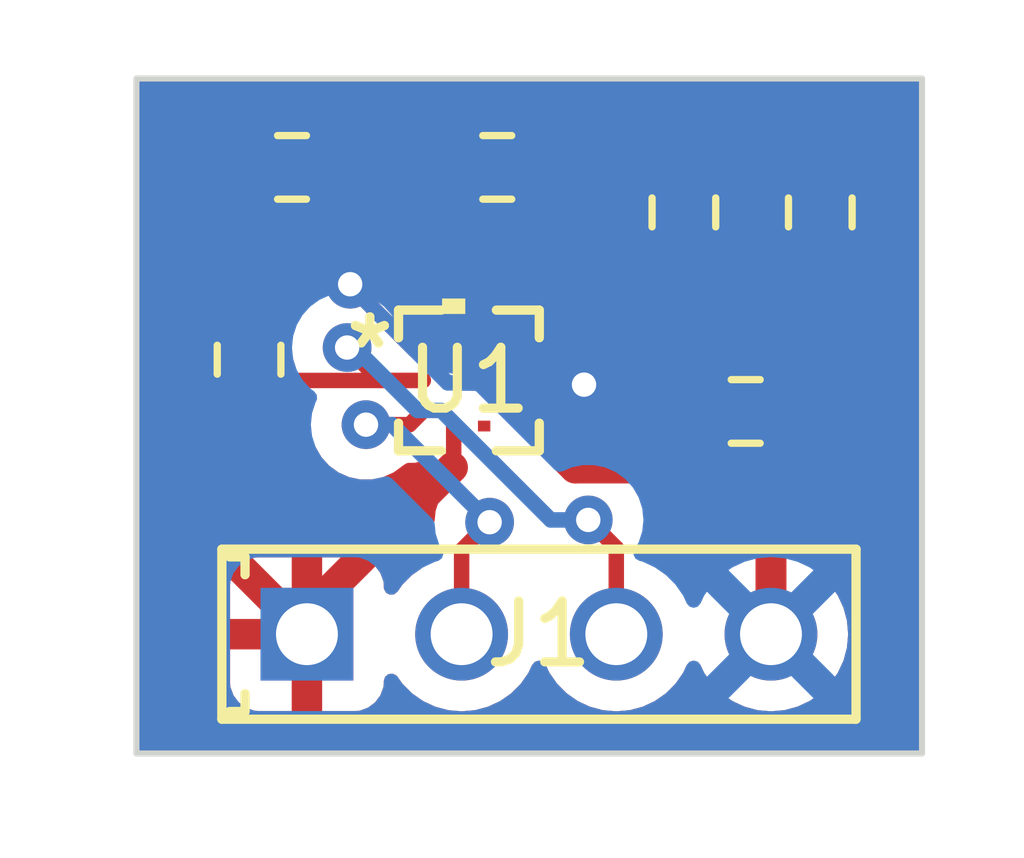
<source format=kicad_pcb>
(kicad_pcb (version 20221018) (generator pcbnew)
  (layers (0 "F.Cu" signal) (31 "B.Cu" signal) (34 "B.Paste" user) (35 "F.Paste" user) (36 "B.SilkS" user "B.Silkscreen") (37 "F.SilkS" user "F.Silkscreen") (38 "B.Mask" user) (39 "F.Mask" user) (44 "Edge.Cuts" user))
  (net 0 "")
  (net 1 "VDD")
  (net 2 "GND")
  (net 3 "Net-(GREEN1-A)")
  (net 4 "/BMP390/SCL")
  (net 5 "/BMP390/SDA")
  (net 6 "/BMP390/I2C_PS")
  (net 7 "/BMP390/INT")
  (footprint "MiniAvionics:LGA10_BMP390_BOS-L" (layer "F.Cu") (at 181.169937 95.0307)
    (fp_text reference "U1" (at 0 0 unlocked) (layer "F.SilkS"))
    (fp_text value "BMP390")
    (fp_text user "*" (at -1.6256 -0.500126) (layer "F.SilkS"))
    (fp_text user "*" (at -1.6256 -0.500126 unlocked) (layer "F.SilkS"))
    (fp_line (start -1.1557 -1.1557) (end -1.1557 -0.701273) (stroke (width 0.1524)) (layer "F.SilkS"))
    (fp_line (start -1.1557 0.701273) (end -1.1557 1.1557) (stroke (width 0.1524)) (layer "F.SilkS"))
    (fp_line (start -1.1557 1.1557) (end -0.45121 1.1557) (stroke (width 0.1524)) (layer "F.SilkS"))
    (fp_line (start -0.45121 -1.1557) (end -1.1557 -1.1557) (stroke (width 0.1524)) (layer "F.SilkS"))
    (fp_line (start 0.45121 1.1557) (end 1.1557 1.1557) (stroke (width 0.1524)) (layer "F.SilkS"))
    (fp_line (start 1.1557 -1.1557) (end 0.45121 -1.1557) (stroke (width 0.1524)) (layer "F.SilkS"))
    (fp_line (start 1.1557 -0.701273) (end 1.1557 -1.1557) (stroke (width 0.1524)) (layer "F.SilkS"))
    (fp_line (start 1.1557 1.1557) (end 1.1557 0.701273) (stroke (width 0.1524)) (layer "F.SilkS"))
    (fp_poly (pts (xy -0.440563 -1.0922) (xy -0.440563 -1.3462) (xy -0.059563 -1.3462) (xy -0.059563 -1.0922)) (fill solid) (layer "F.SilkS"))
    (pad "1" smd rect (at 0.250063 -0.7493) (size 0.2032 0.1778) (layers "F.Cu" "F.Paste" "F.Mask") (net 1 "VDD"))
    (pad "2" smd rect (at -0.250063 -0.7493) (size 0.2032 0.1778) (layers "F.Cu" "F.Paste" "F.Mask") (net 4 "/BMP390/SCL"))
    (pad "3" smd rect (at -0.7493 -0.500126 90) (size 0.2032 0.1778) (layers "F.Cu" "F.Paste" "F.Mask") (net 2 "GND"))
    (pad "4" smd rect (at -0.7493 0 90) (size 0.2032 0.1778) (layers "F.Cu" "F.Paste" "F.Mask") (net 5 "/BMP390/SDA"))
    (pad "5" smd rect (at -0.7493 0.500126 90) (size 0.2032 0.1778) (layers "F.Cu" "F.Paste" "F.Mask") (net 6 "/BMP390/I2C_PS"))
    (pad "6" smd rect (at -0.250063 0.7493) (size 0.2032 0.1778) (layers "F.Cu" "F.Paste" "F.Mask") (net 1 "VDD"))
    (pad "7" smd rect (at 0.250063 0.7493) (size 0.2032 0.1778) (layers "F.Cu" "F.Paste" "F.Mask") (net 7 "/BMP390/INT"))
    (pad "8" smd rect (at 0.7493 0.500126 90) (size 0.2032 0.1778) (layers "F.Cu" "F.Paste" "F.Mask") (net 2 "GND"))
    (pad "9" smd rect (at 0.7493 0 90) (size 0.2032 0.1778) (layers "F.Cu" "F.Paste" "F.Mask") (net 2 "GND"))
    (pad "10" smd rect (at 0.7493 -0.500126 90) (size 0.2032 0.1778) (layers "F.Cu" "F.Paste" "F.Mask") (net 1 "VDD"))
  )
  (footprint "Resistor_SMD:R_0603_1608Metric" (layer "F.Cu") (at 181.635 91.53)
    (fp_text reference "C1" hide)
    (fp_text value "0.1uF" hide)
    (fp_line (start -0.237258 -0.5225) (end 0.237258 -0.5225) (stroke (width 0.12)) (layer "F.SilkS"))
    (fp_line (start -0.237258 0.5225) (end 0.237258 0.5225) (stroke (width 0.12)) (layer "F.SilkS"))
    (pad "1" smd roundrect (at -0.825 0) (size 0.8 0.95) (layers "F.Cu" "F.Paste" "F.Mask") (net 1 "VDD"))
    (pad "2" smd roundrect (at 0.825 0) (size 0.8 0.95) (layers "F.Cu" "F.Paste" "F.Mask") (net 2 "GND"))
  )
  (footprint "Resistor_SMD:R_0603_1608Metric" (layer "F.Cu") (at 186.94 92.27 -90)
    (fp_text reference "GREEN1" hide)
    (fp_text value "LED" hide)
    (fp_line (start -0.237258 -0.5225) (end 0.237258 -0.5225) (stroke (width 0.12)) (layer "F.SilkS"))
    (fp_line (start -0.237258 0.5225) (end 0.237258 0.5225) (stroke (width 0.12)) (layer "F.SilkS"))
    (pad "1" smd roundrect (at -0.825 0 270) (size 0.8 0.95) (layers "F.Cu" "F.Paste" "F.Mask") (net 2 "GND"))
    (pad "2" smd roundrect (at 0.825 0 270) (size 0.8 0.95) (layers "F.Cu" "F.Paste" "F.Mask") (net 3 "Net-(GREEN1-A)"))
  )
  (footprint "Resistor_SMD:R_0603_1608Metric" (layer "F.Cu") (at 184.7 92.27 90)
    (fp_text reference "C2" hide)
    (fp_text value "0.1uF" hide)
    (fp_line (start -0.237258 -0.5225) (end 0.237258 -0.5225) (stroke (width 0.12)) (layer "F.SilkS"))
    (fp_line (start -0.237258 0.5225) (end 0.237258 0.5225) (stroke (width 0.12)) (layer "F.SilkS"))
    (pad "1" smd roundrect (at -0.825 0 90) (size 0.8 0.95) (layers "F.Cu" "F.Paste" "F.Mask") (net 1 "VDD"))
    (pad "2" smd roundrect (at 0.825 0 90) (size 0.8 0.95) (layers "F.Cu" "F.Paste" "F.Mask") (net 2 "GND"))
  )
  (footprint "Resistor_SMD:R_0603_1608Metric" (layer "F.Cu") (at 177.56 94.69 90)
    (fp_text reference "R2" hide)
    (fp_text value "4.7k" hide)
    (fp_line (start -0.237258 -0.5225) (end 0.237258 -0.5225) (stroke (width 0.12)) (layer "F.SilkS"))
    (fp_line (start -0.237258 0.5225) (end 0.237258 0.5225) (stroke (width 0.12)) (layer "F.SilkS"))
    (pad "1" smd roundrect (at -0.825 0 90) (size 0.8 0.95) (layers "F.Cu" "F.Paste" "F.Mask") (net 5 "/BMP390/SDA"))
    (pad "2" smd roundrect (at 0.825 0 90) (size 0.8 0.95) (layers "F.Cu" "F.Paste" "F.Mask") (net 1 "VDD"))
  )
  (footprint "MiniAvionics:CON4_1X4_P100UM_HDR2_TYC" (layer "F.Cu") (at 178.51 99.2)
    (fp_text reference "J1" (at 3.81 0 unlocked) (layer "F.SilkS"))
    (fp_text value "826629-4")
    (fp_line (start -1.397 -1.397) (end -1.397 1.397) (stroke (width 0.1524)) (layer "F.SilkS"))
    (fp_line (start -1.397 1.397) (end 9.017 1.397) (stroke (width 0.1524)) (layer "F.SilkS"))
    (fp_line (start -1.27 -1.27) (end -1.016 -1.27) (stroke (width 0.1524)) (layer "F.SilkS"))
    (fp_line (start -1.27 1.27) (end -1.016 1.27) (stroke (width 0.1524)) (layer "F.SilkS"))
    (fp_line (start -1.016 -1.27) (end -1.016 -0.976942) (stroke (width 0.1524)) (layer "F.SilkS"))
    (fp_line (start -1.016 0.976942) (end -1.016 1.27) (stroke (width 0.1524)) (layer "F.SilkS"))
    (fp_line (start 9.017 -1.397) (end -1.397 -1.397) (stroke (width 0.1524)) (layer "F.SilkS"))
    (fp_line (start 9.017 1.397) (end 9.017 -1.397) (stroke (width 0.1524)) (layer "F.SilkS"))
    (pad "1" thru_hole rect (at 0 0) (size 1.524 1.524) (drill 1.016) (layers "*.Cu" "*.Mask") (net 1 "VDD"))
    (pad "2" thru_hole circle (at 2.54 0) (size 1.524 1.524) (drill 1.016) (layers "*.Cu" "*.Mask") (net 6 "/BMP390/I2C_PS"))
    (pad "3" thru_hole circle (at 5.08 0) (size 1.524 1.524) (drill 1.016) (layers "*.Cu" "*.Mask") (net 5 "/BMP390/SDA"))
    (pad "4" thru_hole circle (at 7.62 0) (size 1.524 1.524) (drill 1.016) (layers "*.Cu" "*.Mask") (net 2 "GND"))
  )
  (footprint "Resistor_SMD:R_0603_1608Metric" (layer "F.Cu") (at 178.265 91.53 180)
    (fp_text reference "R1" hide)
    (fp_text value "4.7k" hide)
    (fp_line (start -0.237258 -0.5225) (end 0.237258 -0.5225) (stroke (width 0.12)) (layer "F.SilkS"))
    (fp_line (start -0.237258 0.5225) (end 0.237258 0.5225) (stroke (width 0.12)) (layer "F.SilkS"))
    (pad "1" smd roundrect (at -0.825 0 180) (size 0.8 0.95) (layers "F.Cu" "F.Paste" "F.Mask") (net 4 "/BMP390/SCL"))
    (pad "2" smd roundrect (at 0.825 0 180) (size 0.8 0.95) (layers "F.Cu" "F.Paste" "F.Mask") (net 1 "VDD"))
  )
  (footprint "Resistor_SMD:R_0603_1608Metric" (layer "F.Cu") (at 185.715 95.54)
    (fp_text reference "R3" hide)
    (fp_text value "10k" hide)
    (fp_line (start -0.237258 -0.5225) (end 0.237258 -0.5225) (stroke (width 0.12)) (layer "F.SilkS"))
    (fp_line (start -0.237258 0.5225) (end 0.237258 0.5225) (stroke (width 0.12)) (layer "F.SilkS"))
    (pad "1" smd roundrect (at -0.825 0) (size 0.8 0.95) (layers "F.Cu" "F.Paste" "F.Mask") (net 1 "VDD"))
    (pad "2" smd roundrect (at 0.825 0) (size 0.8 0.95) (layers "F.Cu" "F.Paste" "F.Mask") (net 3 "Net-(GREEN1-A)"))
  )
  (gr_rect (start 175.71 90.07) (end 188.61 101.16) (stroke (width 0.1)) (fill none) (layer "Edge.Cuts"))
  (segment (start 176.42 93.84) (end 177.535 93.84) (width 0.508) (layer "F.Cu") (net 1))
  (segment (start 179.881 90.601) (end 178.369 90.601) (width 0.508) (layer "F.Cu") (net 1))
  (segment (start 184.89 95.54) (end 184.89 93.285) (width 0.508) (layer "F.Cu") (net 1))
  (segment (start 182.406663 94.530574) (end 182.462137 94.4751) (width 0.254) (layer "F.Cu") (net 1))
  (segment (start 183.842237 93.095) (end 182.462137 94.4751) (width 0.508) (layer "F.Cu") (net 1))
  (segment (start 181.42 94.2814) (end 181.42 93.681406) (width 0.254) (layer "F.Cu") (net 1))
  (segment (start 181.670063 94.2814) (end 181.919237 94.530574) (width 0.254) (layer "F.Cu") (net 1))
  (segment (start 181.919237 94.530574) (end 182.406663 94.530574) (width 0.254) (layer "F.Cu") (net 1))
  (segment (start 180.919874 96.440126) (end 180.9 96.46) (width 0.254) (layer "F.Cu") (net 1))
  (segment (start 178.51 99.2) (end 178.51 98.85) (width 0.508) (layer "F.Cu") (net 1))
  (segment (start 178.51 99.2) (end 176.42 97.11) (width 0.508) (layer "F.Cu") (net 1))
  (segment (start 178.51 98.85) (end 180.9 96.46) (width 0.508) (layer "F.Cu") (net 1))
  (segment (start 177.44 93.745) (end 177.56 93.865) (width 0.508) (layer "F.Cu") (net 1))
  (segment (start 177.535 93.84) (end 177.56 93.865) (width 0.508) (layer "F.Cu") (net 1))
  (segment (start 181.42 94.2814) (end 181.670063 94.2814) (width 0.254) (layer "F.Cu") (net 1))
  (segment (start 178.369 90.601) (end 177.44 91.53) (width 0.508) (layer "F.Cu") (net 1))
  (segment (start 180.81 91.53) (end 179.881 90.601) (width 0.508) (layer "F.Cu") (net 1))
  (segment (start 180.919874 95.78) (end 180.919874 96.440126) (width 0.254) (layer "F.Cu") (net 1))
  (segment (start 181.500874 92.220874) (end 181.500874 93.600532) (width 0.508) (layer "F.Cu") (net 1))
  (segment (start 176.42 97.11) (end 176.42 93.84) (width 0.508) (layer "F.Cu") (net 1))
  (segment (start 181.42 93.681406) (end 181.500874 93.600532) (width 0.254) (layer "F.Cu") (net 1))
  (segment (start 184.7 93.095) (end 183.842237 93.095) (width 0.508) (layer "F.Cu") (net 1))
  (segment (start 177.44 91.53) (end 177.44 93.745) (width 0.508) (layer "F.Cu") (net 1))
  (segment (start 180.81 91.53) (end 181.500874 92.220874) (width 0.508) (layer "F.Cu") (net 1))
  (segment (start 184.89 93.285) (end 184.7 93.095) (width 0.508) (layer "F.Cu") (net 1))
  (segment (start 182.545 91.445) (end 182.46 91.53) (width 0.508) (layer "F.Cu") (net 2))
  (segment (start 186.94 91.695104) (end 187.869 92.624104) (width 0.508) (layer "F.Cu") (net 2))
  (segment (start 179.2 93.45) (end 179.21 93.46) (width 0.254) (layer "F.Cu") (net 2))
  (segment (start 187.010896 96.469) (end 186.13 97.349896) (width 0.508) (layer "F.Cu") (net 2))
  (segment (start 181.988537 95.1) (end 183.06 95.1) (width 0.254) (layer "F.Cu") (net 2))
  (segment (start 179.58 93.83) (end 179.22 93.47) (width 0.254) (layer "F.Cu") (net 2))
  (segment (start 187.869 95.610896) (end 187.010896 96.469) (width 0.508) (layer "F.Cu") (net 2))
  (segment (start 187.010896 96.469) (end 182.913774 96.469) (width 0.508) (layer "F.Cu") (net 2))
  (segment (start 181.919237 95.0307) (end 181.919237 95.530826) (width 0.254) (layer "F.Cu") (net 2))
  (segment (start 186.94 91.445) (end 184.7 91.445) (width 0.508) (layer "F.Cu") (net 2))
  (segment (start 179.22 93.45) (end 179.2 93.45) (width 0.254) (layer "F.Cu") (net 2))
  (segment (start 180.280574 94.530574) (end 179.58 93.83) (width 0.254) (layer "F.Cu") (net 2))
  (segment (start 187.869 92.624104) (end 187.869 95.610896) (width 0.508) (layer "F.Cu") (net 2))
  (segment (start 186.13 97.349896) (end 186.13 99.2) (width 0.508) (layer "F.Cu") (net 2))
  (segment (start 184.7 91.445) (end 182.545 91.445) (width 0.508) (layer "F.Cu") (net 2))
  (segment (start 182.913774 96.469) (end 181.9756 95.530826) (width 0.508) (layer "F.Cu") (net 2))
  (segment (start 179.22 93.47) (end 179.22 93.45) (width 0.254) (layer "F.Cu") (net 2))
  (segment (start 186.94 91.445) (end 186.94 91.695104) (width 0.508) (layer "F.Cu") (net 2))
  (segment (start 180.420637 94.530574) (end 180.280574 94.530574) (width 0.254) (layer "F.Cu") (net 2))
  (segment (start 181.919237 95.0307) (end 181.988537 95.1) (width 0.254) (layer "F.Cu") (net 2))
  (via (at 179.22 93.45) (size 0.8) (drill 0.4) (layers "F.Cu" "B.Cu") (net 2))
  (via (at 183.06 95.1) (size 0.8) (drill 0.4) (layers "F.Cu" "B.Cu") (net 2))
  (segment (start 183.06 95.1) (end 180.82 95.07) (width 0.254) (layer "B.Cu") (net 2))
  (segment (start 183.06 95.07) (end 183.06 95.1) (width 0.254) (layer "B.Cu") (net 2))
  (segment (start 180.82 95.07) (end 179.21 93.46) (width 0.254) (layer "B.Cu") (net 2))
  (segment (start 186.54 93.495) (end 186.94 93.095) (width 0.508) (layer "F.Cu") (net 3))
  (segment (start 186.54 95.54) (end 186.54 93.495) (width 0.508) (layer "F.Cu") (net 3))
  (segment (start 180.919874 93.359874) (end 180.919874 94.2814) (width 0.254) (layer "F.Cu") (net 4))
  (segment (start 179.09 91.53) (end 180.919874 93.359874) (width 0.254) (layer "F.Cu") (net 4))
  (segment (start 178.0443 95.0307) (end 180.420637 95.0307) (width 0.254) (layer "F.Cu") (net 5))
  (segment (start 177.56 95.515) (end 178.0443 95.0307) (width 0.254) (layer "F.Cu") (net 5))
  (segment (start 183.59 97.7825) (end 183.13 97.3225) (width 0.254) (layer "F.Cu") (net 5))
  (segment (start 183.59 99.2) (end 183.59 97.7825) (width 0.254) (layer "F.Cu") (net 5))
  (segment (start 179.17 94.49) (end 179.7107 95.0307) (width 0.254) (layer "F.Cu") (net 5))
  (segment (start 179.7107 95.0307) (end 180.420637 95.0307) (width 0.254) (layer "F.Cu") (net 5))
  (via (at 183.13 97.3225) (size 0.8) (drill 0.4) (layers "F.Cu" "B.Cu") (net 5))
  (via (at 179.17 94.49) (size 0.8) (drill 0.4) (layers "F.Cu" "B.Cu") (net 5))
  (segment (start 183.13 97.3225) (end 182.5125 97.3225) (width 0.254) (layer "B.Cu") (net 5))
  (segment (start 180.324 95.524) (end 179.29 94.49) (width 0.254) (layer "B.Cu") (net 5))
  (segment (start 179.29 94.49) (end 179.17 94.49) (width 0.254) (layer "B.Cu") (net 5))
  (segment (start 182.5125 97.3225) (end 180.714 95.524) (width 0.254) (layer "B.Cu") (net 5))
  (segment (start 180.714 95.524) (end 180.324 95.524) (width 0.254) (layer "B.Cu") (net 5))
  (segment (start 179.48 95.7572) (end 180.194263 95.7572) (width 0.254) (layer "F.Cu") (net 6))
  (segment (start 180.194263 95.7572) (end 180.420637 95.530826) (width 0.254) (layer "F.Cu") (net 6))
  (segment (start 181.05 99.2) (end 181.05 97.82) (width 0.254) (layer "F.Cu") (net 6))
  (segment (start 181.05 97.82) (end 181.51 97.36) (width 0.254) (layer "F.Cu") (net 6))
  (via (at 181.51 97.36) (size 0.8) (drill 0.4) (layers "F.Cu" "B.Cu") (net 6))
  (via (at 179.48 95.7572) (size 0.8) (drill 0.4) (layers "F.Cu" "B.Cu") (net 6))
  (segment (start 179.9072 95.7572) (end 179.48 95.7572) (width 0.254) (layer "B.Cu") (net 6))
  (segment (start 181.51 97.36) (end 179.9072 95.7572) (width 0.254) (layer "B.Cu") (net 6))
  (zone (net 1) (net_name "VDD") (layer "F.Cu") (connect_pads (clearance 0.5)) (min_thickness 0.25) (fill yes (thermal_gap 0.5) (thermal_bridge_width 0.5))
    (polygon (pts (xy 174.85 89.46) (xy 189.23 89.57) (xy 189.48 102.02) (xy 175.08 101.91)))
  )
  (zone (net 2) (net_name "GND") (layer "B.Cu") (priority 1) (connect_pads (clearance 0.5)) (min_thickness 0.25) (fill yes (thermal_gap 0.5) (thermal_bridge_width 0.5))
    (polygon (pts (xy 174.14 88.78) (xy 190.06 88.99) (xy 190.31 102.9) (xy 173.47 102.53)))
  )
)
</source>
